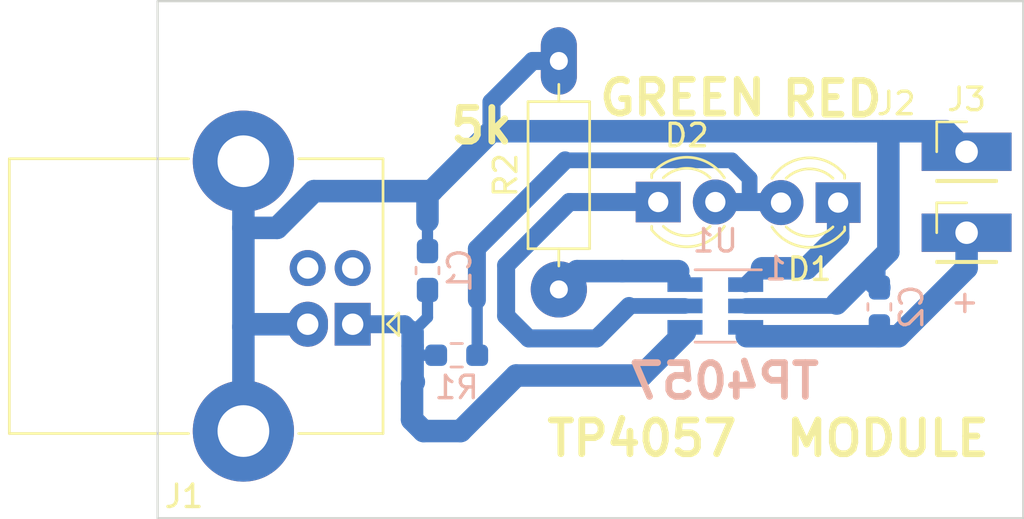
<source format=kicad_pcb>
(kicad_pcb (version 20211014) (generator pcbnew)
  (layers (0 "F.Cu" signal) (31 "B.Cu" signal) (34 "B.Paste" user) (35 "F.Paste" user) (36 "B.SilkS" user "B.Silkscreen") (37 "F.SilkS" user "F.Silkscreen") (38 "B.Mask" user) (39 "F.Mask" user) (44 "Edge.Cuts" user))
  (net 0 "")
  (net 1 "/CHRG")
  (net 2 "Net-(D1-Pad2)")
  (net 3 "/STDBY")
  (net 4 "VCC")
  (net 5 "/VCCOUT")
  (net 6 "/PROG")
  (net 7 "Earth")
  (footprint "Connector_PinHeader_2.54mm:PinHeader_1x01_P2.54mm_Vertical" (layer "F.Cu") (at 157.48 76.2)
    (fp_text reference "J3" (at 0 -2.33) (layer "F.SilkS"))
    (fp_text value "bat-")
    (fp_line (start 1.33 1.27) (end 1.33 1.33) (layer "F.SilkS") (width 0.12))
    (fp_line (start -1.33 0) (end -1.33 -1.33) (layer "F.SilkS") (width 0.12))
    (fp_line (start -1.33 1.27) (end -1.33 1.33) (layer "F.SilkS") (width 0.12))
    (fp_line (start -1.33 1.27) (end 1.33 1.27) (layer "F.SilkS") (width 0.12))
    (fp_line (start -1.33 -1.33) (end 0 -1.33) (layer "F.SilkS") (width 0.12))
    (fp_line (start -1.33 1.33) (end 1.33 1.33) (layer "F.SilkS") (width 0.12))
    (pad "1" thru_hole rect (at 0 0) (size 4 1.7) (drill 1) (layers *.Cu) (net 7 "Earth"))
  )
  (footprint "LED_THT:LED_D3.0mm" (layer "F.Cu") (at 151.765 78.4606 180)
    (fp_text reference "D1" (at 1.27 -2.96) (layer "F.SilkS"))
    (fp_text value "LED")
    (fp_line (start -0.29 1.08) (end -0.29 1.236) (layer "F.SilkS") (width 0.12))
    (fp_line (start -0.29 -1.236) (end -0.29 -1.08) (layer "F.SilkS") (width 0.12))
    (fp_arc (start -0.29 -1.235516) (mid 1.366487 -1.987659) (end 2.942335 -1.078608) (layer "F.SilkS") (width 0.12))
    (fp_arc (start 2.942335 1.078608) (mid 1.366487 1.987659) (end -0.29 1.235516) (layer "F.SilkS") (width 0.12))
    (fp_arc (start 0.229039 -1.08) (mid 1.270117 -1.5) (end 2.31113 -1.079837) (layer "F.SilkS") (width 0.12))
    (fp_arc (start 2.31113 1.079837) (mid 1.270117 1.5) (end 0.229039 1.08) (layer "F.SilkS") (width 0.12))
    (pad "1" thru_hole rect (at 0 0 180) (size 2 1.8) (drill 0.9) (layers *.Cu *.Mask) (net 1 "/CHRG"))
    (pad "2" thru_hole circle (at 2.54 0 180) (size 2 2) (drill 0.9) (layers *.Cu *.Mask) (net 2 "Net-(D1-Pad2)"))
  )
  (footprint "Connector_USB:USB_B_Lumberg_2411_02_Horizontal" (layer "F.Cu") (at 130.175 83.8708 180)
    (fp_text reference "J1" (at 7.5 -7.65) (layer "F.SilkS"))
    (fp_text value "USB_B")
    (fp_line (start 15.27 -4.86) (end 7.3 -4.86) (layer "F.SilkS") (width 0.12))
    (fp_line (start -2.05 0.5) (end -1.55 0) (layer "F.SilkS") (width 0.12))
    (fp_line (start -2.05 -0.5) (end -2.05 0.5) (layer "F.SilkS") (width 0.12))
    (fp_line (start -1.35 7.36) (end -1.35 -4.86) (layer "F.SilkS") (width 0.12))
    (fp_line (start 15.27 7.36) (end 15.27 -4.86) (layer "F.SilkS") (width 0.12))
    (fp_line (start -1.35 7.36) (end 2.4 7.36) (layer "F.SilkS") (width 0.12))
    (fp_line (start -1.35 -4.86) (end 2.4 -4.86) (layer "F.SilkS") (width 0.12))
    (fp_line (start -1.55 0) (end -2.05 -0.5) (layer "F.SilkS") (width 0.12))
    (fp_line (start 15.27 7.36) (end 7.3 7.36) (layer "F.SilkS") (width 0.12))
    (pad "1" thru_hole rect (at 0 0 270) (size 1.9 1.6) (drill 0.95) (layers *.Cu *.Mask) (net 4 "VCC"))
    (pad "2" thru_hole circle (at 0 2.5 270) (size 1.6 1.6) (drill 0.95) (layers *.Cu *.Mask))
    (pad "3" thru_hole circle (at 2 2.5 270) (size 1.6 1.6) (drill 0.95) (layers *.Cu *.Mask))
    (pad "4" thru_hole oval (at 2 0 270) (size 2 1.8) (drill 0.95) (layers *.Cu *.Mask) (net 7 "Earth"))
    (pad "5" thru_hole circle (at 4.86 -4.75 270) (size 4.5 4.5) (drill 2.3) (layers *.Cu *.Mask) (net 7 "Earth"))
    (pad "5" thru_hole circle (at 4.86 7.25 270) (size 4.5 4.5) (drill 2.3) (layers *.Cu *.Mask) (net 7 "Earth"))
  )
  (footprint "Resistor_THT:R_Axial_DIN0207_L6.3mm_D2.5mm_P10.16mm_Horizontal" (layer "F.Cu") (at 139.3444 82.3214 90)
    (fp_text reference "R2" (at 5.08 -2.37 90) (layer "F.SilkS"))
    (fp_text value "5k")
    (fp_line (start 8.35 1.37) (end 8.35 -1.37) (layer "F.SilkS") (width 0.12))
    (fp_line (start 9.12 0) (end 8.35 0) (layer "F.SilkS") (width 0.12))
    (fp_line (start 1.81 -1.37) (end 1.81 1.37) (layer "F.SilkS") (width 0.12))
    (fp_line (start 8.35 -1.37) (end 1.81 -1.37) (layer "F.SilkS") (width 0.12))
    (fp_line (start 1.04 0) (end 1.81 0) (layer "F.SilkS") (width 0.12))
    (fp_line (start 1.81 1.37) (end 8.35 1.37) (layer "F.SilkS") (width 0.12))
    (pad "1" thru_hole circle (at 0 0 90) (size 2.5 2.5) (drill 0.8) (layers *.Cu *.Mask) (net 6 "/PROG"))
    (pad "2" thru_hole oval (at 10.16 0 90) (size 3 1.6) (drill 0.8) (layers *.Cu *.Mask) (net 7 "Earth"))
  )
  (footprint "LED_THT:LED_D3.0mm_Clear" (layer "F.Cu") (at 143.764 78.4352)
    (fp_text reference "D2" (at 1.27 -2.96) (layer "F.SilkS"))
    (fp_text value "LED")
    (fp_line (start -0.29 -1.236) (end -0.29 -1.08) (layer "F.SilkS") (width 0.12))
    (fp_line (start -0.29 1.08) (end -0.29 1.236) (layer "F.SilkS") (width 0.12))
    (fp_arc (start 0.229039 -1.08) (mid 1.270117 -1.5) (end 2.31113 -1.079837) (layer "F.SilkS") (width 0.12))
    (fp_arc (start -0.29 -1.235516) (mid 1.366487 -1.987659) (end 2.942335 -1.078608) (layer "F.SilkS") (width 0.12))
    (fp_arc (start 2.31113 1.079837) (mid 1.270117 1.5) (end 0.229039 1.08) (layer "F.SilkS") (width 0.12))
    (fp_arc (start 2.942335 1.078608) (mid 1.366487 1.987659) (end -0.29 1.235516) (layer "F.SilkS") (width 0.12))
    (pad "1" thru_hole rect (at 0 0) (size 2 1.8) (drill 0.9) (layers *.Cu *.Mask) (net 3 "/STDBY"))
    (pad "2" thru_hole circle (at 2.54 0) (size 2 2) (drill 0.9) (layers *.Cu *.Mask) (net 2 "Net-(D1-Pad2)"))
  )
  (footprint "Connector_PinHeader_2.54mm:PinHeader_1x01_P2.54mm_Vertical" (layer "F.Cu") (at 157.48 79.8)
    (fp_text reference "J2" (at -3.13 -5.75) (layer "F.SilkS"))
    (fp_text value "bat+")
    (fp_line (start -1.33 0) (end -1.33 -1.33) (layer "F.SilkS") (width 0.12))
    (fp_line (start -1.33 -1.33) (end 0 -1.33) (layer "F.SilkS") (width 0.12))
    (fp_line (start 1.33 1.27) (end 1.33 1.33) (layer "F.SilkS") (width 0.12))
    (fp_line (start -1.33 1.33) (end 1.33 1.33) (layer "F.SilkS") (width 0.12))
    (fp_line (start -1.33 1.27) (end 1.33 1.27) (layer "F.SilkS") (width 0.12))
    (fp_line (start -1.33 1.27) (end -1.33 1.33) (layer "F.SilkS") (width 0.12))
    (pad "1" thru_hole rect (at 0 0) (size 4 1.7) (drill 1) (layers *.Cu) (net 5 "/VCCOUT"))
  )
  (footprint "Capacitor_SMD:C_0603_1608Metric_Pad1.08x0.95mm_HandSolder" (layer "B.Cu") (at 153.6 83.1 90)
    (fp_text reference "C2" (at 0 1.43 90) (layer "B.SilkS") (effects (justify mirror)))
    (fp_text value "100uF")
    (fp_line (start -0.146267 -0.51) (end 0.146267 -0.51) (layer "B.SilkS") (width 0.12))
    (fp_line (start -0.146267 0.51) (end 0.146267 0.51) (layer "B.SilkS") (width 0.12))
    (pad "1" smd roundrect (at -0.8625 0 90) (size 1.075 0.95) (layers "B.Cu" "B.Paste" "B.Mask") (net 5 "/VCCOUT"))
    (pad "2" smd roundrect (at 0.8625 0 90) (size 1.075 0.95) (layers "B.Cu" "B.Paste" "B.Mask") (net 7 "Earth"))
  )
  (footprint "Capacitor_SMD:C_0603_1608Metric_Pad1.08x0.95mm_HandSolder" (layer "B.Cu") (at 133.5024 81.4821 90)
    (fp_text reference "C1" (at 0 1.43 90) (layer "B.SilkS") (effects (justify mirror)))
    (fp_text value "2.2uF")
    (fp_line (start -0.146267 0.51) (end 0.146267 0.51) (layer "B.SilkS") (width 0.12))
    (fp_line (start -0.146267 -0.51) (end 0.146267 -0.51) (layer "B.SilkS") (width 0.12))
    (pad "1" smd roundrect (at -0.8625 0 90) (size 1.075 0.95) (layers "B.Cu" "B.Paste" "B.Mask") (net 4 "VCC"))
    (pad "2" smd roundrect (at 0.8625 0 90) (size 1.075 0.95) (layers "B.Cu" "B.Paste" "B.Mask") (net 7 "Earth"))
  )
  (footprint "Package_TO_SOT_SMD:SOT-23-6_Handsoldering" (layer "B.Cu") (at 146.304 83.058 180)
    (fp_text reference "U1" (at 0 2.9) (layer "B.SilkS") (effects (justify mirror)))
    (fp_text value "tp4057")
    (fp_line (start 0.9 1.61) (end -2.05 1.61) (layer "B.SilkS") (width 0.12))
    (fp_line (start -0.9 -1.61) (end 0.9 -1.61) (layer "B.SilkS") (width 0.12))
    (pad "1" smd rect (at -1.35 0.95 180) (size 1.56 0.65) (layers "B.Cu" "B.Paste" "B.Mask") (net 1 "/CHRG"))
    (pad "2" smd rect (at -1.35 0 180) (size 1.56 0.65) (layers "B.Cu" "B.Paste" "B.Mask") (net 7 "Earth"))
    (pad "3" smd rect (at -1.35 -0.95 180) (size 1.56 0.65) (layers "B.Cu" "B.Paste" "B.Mask") (net 5 "/VCCOUT"))
    (pad "4" smd rect (at 1.35 -0.95 180) (size 1.56 0.65) (layers "B.Cu" "B.Paste" "B.Mask") (net 4 "VCC"))
    (pad "5" smd rect (at 1.35 0 180) (size 1.56 0.65) (layers "B.Cu" "B.Paste" "B.Mask") (net 3 "/STDBY"))
    (pad "6" smd rect (at 1.35 0.95 180) (size 1.56 0.65) (layers "B.Cu" "B.Paste" "B.Mask") (net 6 "/PROG"))
  )
  (footprint "Resistor_SMD:R_0603_1608Metric_Pad0.98x0.95mm_HandSolder" (layer "B.Cu") (at 134.8 85.25)
    (fp_text reference "R1" (at 0 1.43) (layer "B.SilkS") (effects (justify mirror)))
    (fp_text value "330")
    (fp_line (start -0.254724 0.5225) (end 0.254724 0.5225) (layer "B.SilkS") (width 0.12))
    (fp_line (start -0.254724 -0.5225) (end 0.254724 -0.5225) (layer "B.SilkS") (width 0.12))
    (pad "1" smd roundrect (at -0.9125 0) (size 0.975 0.95) (layers "B.Cu" "B.Paste" "B.Mask") (net 4 "VCC"))
    (pad "2" smd roundrect (at 0.9125 0) (size 0.975 0.95) (layers "B.Cu" "B.Paste" "B.Mask") (net 2 "Net-(D1-Pad2)"))
  )
  (gr_rect (start 121.5 69.5) (end 160 92.5) (layer "Edge.Cuts") (width 0.1) (fill none))
  (gr_text "1" (at 149 81.4) (layer "B.SilkS") (effects (font (size 1 1)) (justify mirror)))
  (gr_text "+" (at 157.4 82.85) (layer "B.SilkS") (effects (font (size 1 1)) (justify mirror)))
  (gr_text "TP4057" (at 146.7 86.4) (layer "B.SilkS") (effects (font (size 1.5 1.5) (thickness 0.3)) (justify mirror)))
  (gr_text "TP4057  MODULE" (at 148.65 88.95) (layer "F.SilkS") (effects (font (size 1.5 1.5) (thickness 0.3))))
  (gr_text "RED" (at 151.5 73.85) (layer "F.SilkS") (effects (font (size 1.5 1.5) (thickness 0.3))))
  (gr_text "5k" (at 135.9 75.05) (layer "F.SilkS") (effects (font (size 1.5 1.5) (thickness 0.3))))
  (gr_text "GREEN\n" (at 144.85 73.8) (layer "F.SilkS") (effects (font (size 1.5 1.5) (thickness 0.3))))
  (segment (start 147.654 82.108) (end 148.3804 81.3816) (width 0.7) (layer "B.Cu") (net 1))
  (segment (start 148.3804 81.3816) (end 150.368 81.3816) (width 1) (layer "B.Cu") (net 1))
  (segment (start 150.368 81.3816) (end 151.765 79.9846) (width 1) (layer "B.Cu") (net 1))
  (segment (start 151.765 79.9846) (end 151.765 78.4606) (width 1) (layer "B.Cu") (net 1))
  (segment (start 147.828 77.378) (end 147.031 76.581) (width 0.7) (layer "B.Cu") (net 2))
  (segment (start 135.7 80.5048) (end 135.7 82.8) (width 0.8) (layer "B.Cu") (net 2))
  (segment (start 136.5504 79.6544) (end 135.7 80.5048) (width 0.8) (layer "B.Cu") (net 2))
  (segment (start 147.031 76.581) (end 139.6238 76.581) (width 0.7) (layer "B.Cu") (net 2))
  (segment (start 135.7125 82.8125) (end 135.7 82.8) (width 0.5) (layer "B.Cu") (net 2))
  (segment (start 139.6238 76.581) (end 136.5504 79.6544) (width 0.8) (layer "B.Cu") (net 2))
  (segment (start 135.7125 85.25) (end 135.7125 82.8125) (width 0.5) (layer "B.Cu") (net 2))
  (segment (start 147.828 78.4352) (end 149.1996 78.4352) (width 0.8) (layer "B.Cu") (net 2))
  (segment (start 149.1996 78.4352) (end 149.225 78.4606) (width 0.8) (layer "B.Cu") (net 2))
  (segment (start 147.828 78.4352) (end 147.828 77.378) (width 0.7) (layer "B.Cu") (net 2))
  (segment (start 146.304 78.4352) (end 147.828 78.4352) (width 0.8) (layer "B.Cu") (net 2))
  (segment (start 144.954 83.058) (end 142.4686 83.058) (width 0.7) (layer "B.Cu") (net 3))
  (segment (start 138 84.5) (end 137 83.5) (width 0.8) (layer "B.Cu") (net 3))
  (segment (start 141.1986 84.328) (end 141.0266 84.5) (width 0.8) (layer "B.Cu") (net 3))
  (segment (start 137 83.5) (end 137 81.25) (width 0.8) (layer "B.Cu") (net 3))
  (segment (start 142.4686 83.058) (end 141.1986 84.328) (width 0.8) (layer "B.Cu") (net 3))
  (segment (start 143.764 78.4352) (end 139.827 78.4352) (width 0.8) (layer "B.Cu") (net 3))
  (segment (start 137 81.25) (end 139.8148 78.4352) (width 0.8) (layer "B.Cu") (net 3))
  (segment (start 139.8148 78.4352) (end 139.827 78.4352) (width 0.8) (layer "B.Cu") (net 3))
  (segment (start 141.0266 84.5) (end 138 84.5) (width 0.8) (layer "B.Cu") (net 3))
  (segment (start 133.8875 85.25) (end 133.25 85.25) (width 0.5) (layer "B.Cu") (net 4))
  (segment (start 130.175 83.8708) (end 132.4864 83.8708) (width 0.8) (layer "B.Cu") (net 4))
  (segment (start 132.842 84.842) (end 132.842 86.3835) (width 1) (layer "B.Cu") (net 4))
  (segment (start 133.5024 82.3446) (end 133.5024 83.566) (width 0.5) (layer "B.Cu") (net 4))
  (segment (start 132.8166 88.1126) (end 133.3246 88.6206) (width 1) (layer "B.Cu") (net 4))
  (segment (start 134.9756 88.6206) (end 137.4462 86.15) (width 1) (layer "B.Cu") (net 4))
  (segment (start 132.8947 86.4362) (end 132.8166 86.5143) (width 1) (layer "B.Cu") (net 4))
  (segment (start 133.25 85.25) (end 132.842 84.842) (width 0.5) (layer "B.Cu") (net 4))
  (segment (start 132.4864 83.8708) (end 132.842 84.2264) (width 0.8) (layer "B.Cu") (net 4))
  (segment (start 133.3246 88.6206) (end 134.9756 88.6206) (width 1) (layer "B.Cu") (net 4))
  (segment (start 143.0342 86.15) (end 144.954 84.2302) (width 1) (layer "B.Cu") (net 4))
  (segment (start 132.842 84.2264) (end 132.842 84.842) (width 1) (layer "B.Cu") (net 4))
  (segment (start 144.954 84.2302) (end 144.954 84.008) (width 0.5) (layer "B.Cu") (net 4))
  (segment (start 132.842 86.3835) (end 132.8947 86.4362) (width 1) (layer "B.Cu") (net 4))
  (segment (start 133.5024 83.566) (end 132.842 84.2264) (width 0.5) (layer "B.Cu") (net 4))
  (segment (start 137.4462 86.15) (end 143.0342 86.15) (width 1) (layer "B.Cu") (net 4))
  (segment (start 132.8166 86.5143) (end 132.8166 88.1126) (width 1) (layer "B.Cu") (net 4))
  (segment (start 147.654 84.008) (end 147.654 84.3572) (width 0.5) (layer "B.Cu") (net 5))
  (segment (start 157.48 79.8) (end 157.48 81.37) (width 1) (layer "B.Cu") (net 5))
  (segment (start 147.654 84.3572) (end 147.701 84.4042) (width 0.5) (layer "B.Cu") (net 5))
  (segment (start 153.6 84.3584) (end 153.5542 84.4042) (width 0.5) (layer "B.Cu") (net 5))
  (segment (start 154.4458 84.4042) (end 153.5542 84.4042) (width 1) (layer "B.Cu") (net 5))
  (segment (start 153.6 83.9625) (end 153.6 84.3584) (width 0.5) (layer "B.Cu") (net 5))
  (segment (start 157.48 81.37) (end 154.4458 84.4042) (width 1) (layer "B.Cu") (net 5))
  (segment (start 153.5542 84.4042) (end 147.701 84.4042) (width 1) (layer "B.Cu") (net 5))
  (segment (start 144.653 81.5086) (end 142.1638 81.5086) (width 1) (layer "B.Cu") (net 6))
  (segment (start 144.954 82.108) (end 144.954 81.8096) (width 0.5) (layer "B.Cu") (net 6))
  (segment (start 142.1638 81.5086) (end 140.1572 81.5086) (width 1) (layer "B.Cu") (net 6))
  (segment (start 140.1572 81.5086) (end 139.3444 82.3214) (width 1) (layer "B.Cu") (net 6))
  (segment (start 144.954 81.8096) (end 144.653 81.5086) (width 0.5) (layer "B.Cu") (net 6))
  (segment (start 125.4292 83.8708) (end 125.315 83.985) (width 1) (layer "B.Cu") (net 7))
  (segment (start 128.175 83.8708) (end 125.4292 83.8708) (width 1) (layer "B.Cu") (net 7))
  (segment (start 152.5524 75.2856) (end 153.7356 75.2856) (width 1) (layer "B.Cu") (net 7))
  (segment (start 125.315 76.6208) (end 125.315 79.585) (width 1) (layer "B.Cu") (net 7))
  (segment (start 128.45 77.95) (end 133.6828 77.95) (width 1) (layer "B.Cu") (net 7))
  (segment (start 125.315 79.585) (end 125.315 83.985) (width 1) (layer "B.Cu") (net 7))
  (segment (start 136.3472 73.9902) (end 136.3472 75.2856) (width 0.8) (layer "B.Cu") (net 7))
  (segment (start 133.5024 79.2734) (end 133.5024 78.1304) (width 1) (layer "B.Cu") (net 7))
  (segment (start 154 75.55) (end 154 80.65) (width 1) (layer "B.Cu") (net 7))
  (segment (start 125.315 79.585) (end 126.815 79.585) (width 1) (layer "B.Cu") (net 7))
  (segment (start 154 80.65) (end 153.375 81.275) (width 1) (layer "B.Cu") (net 7))
  (segment (start 133.5024 80.6196) (end 133.5024 79.2734) (width 0.5) (layer "B.Cu") (net 7))
  (segment (start 153.375 82.0125) (end 153.6 82.2375) (width 1) (layer "B.Cu") (net 7))
  (segment (start 139.3444 72.1614) (end 138.176 72.1614) (width 0.8) (layer "B.Cu") (net 7))
  (segment (start 147.654 83.058) (end 151.592 83.058) (width 0.7) (layer "B.Cu") (net 7))
  (segment (start 153.7356 75.2856) (end 154 75.55) (width 1) (layer "B.Cu") (net 7))
  (segment (start 136.3472 75.2856) (end 152.5524 75.2856) (width 1) (layer "B.Cu") (net 7))
  (segment (start 133.6828 77.95) (end 133.7056 77.9272) (width 1) (layer "B.Cu") (net 7))
  (segment (start 138.176 72.1614) (end 136.3472 73.9902) (width 0.8) (layer "B.Cu") (net 7))
  (segment (start 156.5656 75.2856) (end 157.48 76.2) (width 1) (layer "B.Cu") (net 7))
  (segment (start 133.5024 78.1304) (end 133.7056 77.9272) (width 1) (layer "B.Cu") (net 7))
  (segment (start 153.7356 75.2856) (end 156.5656 75.2856) (width 1) (layer "B.Cu") (net 7))
  (segment (start 125.315 83.985) (end 125.315 88.6208) (width 1) (layer "B.Cu") (net 7))
  (segment (start 153.375 81.275) (end 153.375 82.0125) (width 1) (layer "B.Cu") (net 7))
  (segment (start 133.7056 77.9272) (end 136.3472 75.2856) (width 1) (layer "B.Cu") (net 7))
  (segment (start 151.592 83.058) (end 151.7 82.95) (width 0.7) (layer "B.Cu") (net 7))
  (segment (start 153.375 81.275) (end 151.7 82.95) (width 1) (layer "B.Cu") (net 7))
  (segment (start 126.815 79.585) (end 128.45 77.95) (width 1) (layer "B.Cu") (net 7))
)
</source>
